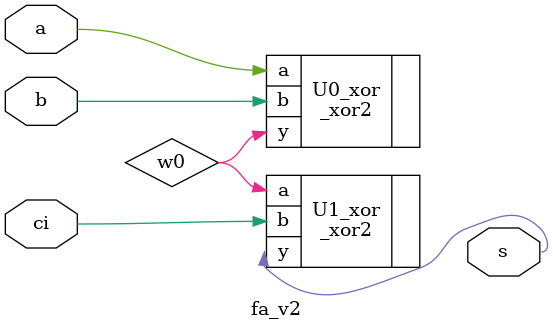
<source format=v>
module fa_v2(a,b,ci,s);
input a,b,ci;
output s;

wire w0;
_xor2 U0_xor(.a(a),.b(b),.y(w0));
_xor2 U1_xor(.a(w0),.b(ci),.y(s));
endmodule

</source>
